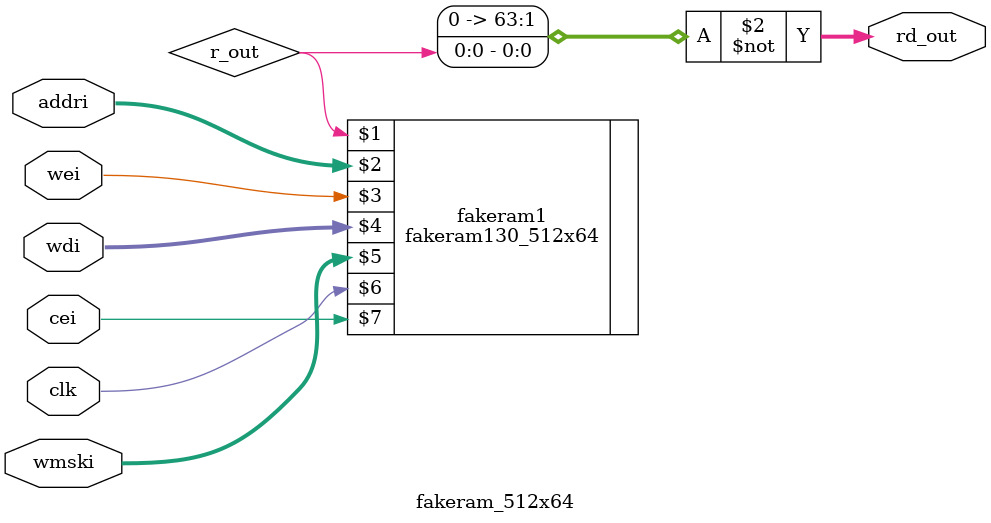
<source format=v>
module fakeram_512x64
(
   rd_out,
   addri,
   wei,
   wdi,
   wmski,
   clk,
   cei,
);
   parameter BITS = 64;
   parameter ADDR_WIDTH = 9;

   output reg [BITS-1:0]    rd_out;
   input  [ADDR_WIDTH-1:0]  addri;
   input                    wei;
   input  [BITS-1:0]        wdi;
   input  [BITS-1:0]        wmski;
   input                    clk;
   input                    cei;
//   input VPWR, VGND;
   
  // assign VPWR = 1'b1;
   //assign VGND = 1'b0;
   fakeram130_512x64 fakeram1 (r_out, addri, wei, wdi, wmski, clk, cei);

   assign rd_out = ~r_out;
  
endmodule


</source>
